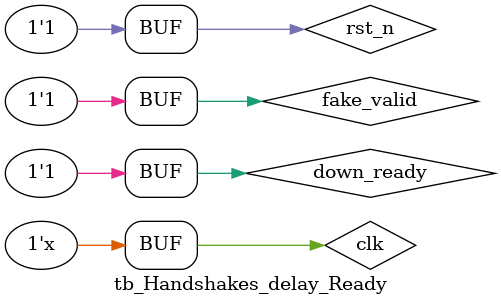
<source format=v>
`timescale 1 ns / 1 ps

module tb_Handshakes_delay_Ready();
reg clk;
reg rst_n;
reg up_valid;
reg [7:0] up_data;
reg down_ready;
wire down_valid;
wire [7:0]down_data;
wire up_ready;

reg fake_valid;
initial begin
	clk = 1'b0;
	rst_n = 1'b0;
	up_valid = 1'b0;
	fake_valid = 1'b1;
	up_data = 'd0;
	down_ready = 1'b0;
	#35
	rst_n = 1'b1;
	down_ready = 1'b0;

	#20
	down_ready = 1'b1;

	#20
	down_ready = 1'b0;

	#20
	down_ready = 1'b1;

	#20
	down_ready = 1'b0;

	#20
	down_ready = 1'b1;

	#20
	down_ready = 1'b0;

	#20
	down_ready = 1'b1;

	#20
	down_ready = 1'b0;

	#20
	down_ready = 1'b1;

	#20
	down_ready = 1'b0;

	#20
	down_ready = 1'b1;

	#20
	down_ready = 1'b0;

	#20
	down_ready = 1'b1;

	#20
	down_ready = 1'b0;

	#20
	down_ready = 1'b1;
end

always @(posedge clk)begin
	if(!rst_n)begin
		up_data <= 'd0;
		up_valid <= 1'b1;
	end
	else if(up_ready && up_valid)begin
		up_data <= 'd0;
		up_valid <= 1'b0;
	end
	else if (up_valid == 1'b0)begin
		up_data <= {$random}%256;
		up_valid <= 1'b1;
	end
end



always #10 clk = ~clk;

	Handshakes_delay_Ready #(
			.WORD_WIDTH(8)
		) inst_Handshakes_delay_Ready (
			.clk        (clk),
			.rst_n      (rst_n),
			.up_valid   (up_valid),
			.up_data    (up_data),
			.down_ready (down_ready),
			.down_valid (down_valid),
			.down_data  (down_data),
			.up_ready   (up_ready)
		);


endmodule
</source>
